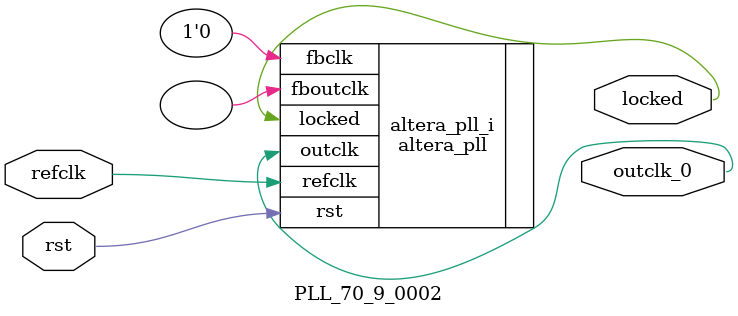
<source format=v>
`timescale 1ns/10ps
module  PLL_70_9_0002(

	// interface 'refclk'
	input wire refclk,

	// interface 'reset'
	input wire rst,

	// interface 'outclk0'
	output wire outclk_0,

	// interface 'locked'
	output wire locked
);

	altera_pll #(
		.fractional_vco_multiplier("false"),
		.reference_clock_frequency("50.0 MHz"),
		.operation_mode("direct"),
		.number_of_clocks(1),
		.output_clock_frequency0("70.937500 MHz"),
		.phase_shift0("0 ps"),
		.duty_cycle0(50),
		.output_clock_frequency1("0 MHz"),
		.phase_shift1("0 ps"),
		.duty_cycle1(50),
		.output_clock_frequency2("0 MHz"),
		.phase_shift2("0 ps"),
		.duty_cycle2(50),
		.output_clock_frequency3("0 MHz"),
		.phase_shift3("0 ps"),
		.duty_cycle3(50),
		.output_clock_frequency4("0 MHz"),
		.phase_shift4("0 ps"),
		.duty_cycle4(50),
		.output_clock_frequency5("0 MHz"),
		.phase_shift5("0 ps"),
		.duty_cycle5(50),
		.output_clock_frequency6("0 MHz"),
		.phase_shift6("0 ps"),
		.duty_cycle6(50),
		.output_clock_frequency7("0 MHz"),
		.phase_shift7("0 ps"),
		.duty_cycle7(50),
		.output_clock_frequency8("0 MHz"),
		.phase_shift8("0 ps"),
		.duty_cycle8(50),
		.output_clock_frequency9("0 MHz"),
		.phase_shift9("0 ps"),
		.duty_cycle9(50),
		.output_clock_frequency10("0 MHz"),
		.phase_shift10("0 ps"),
		.duty_cycle10(50),
		.output_clock_frequency11("0 MHz"),
		.phase_shift11("0 ps"),
		.duty_cycle11(50),
		.output_clock_frequency12("0 MHz"),
		.phase_shift12("0 ps"),
		.duty_cycle12(50),
		.output_clock_frequency13("0 MHz"),
		.phase_shift13("0 ps"),
		.duty_cycle13(50),
		.output_clock_frequency14("0 MHz"),
		.phase_shift14("0 ps"),
		.duty_cycle14(50),
		.output_clock_frequency15("0 MHz"),
		.phase_shift15("0 ps"),
		.duty_cycle15(50),
		.output_clock_frequency16("0 MHz"),
		.phase_shift16("0 ps"),
		.duty_cycle16(50),
		.output_clock_frequency17("0 MHz"),
		.phase_shift17("0 ps"),
		.duty_cycle17(50),
		.pll_type("General"),
		.pll_subtype("General")
	) altera_pll_i (
		.rst	(rst),
		.outclk	({outclk_0}),
		.locked	(locked),
		.fboutclk	( ),
		.fbclk	(1'b0),
		.refclk	(refclk)
	);
endmodule


</source>
